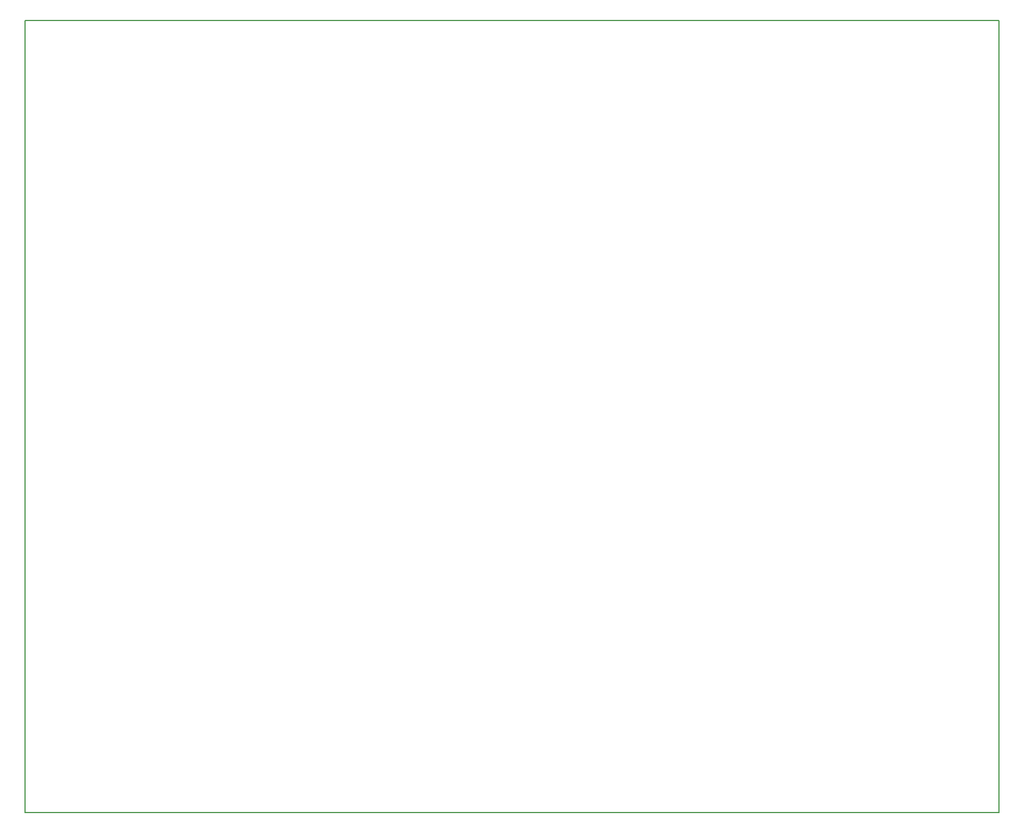
<source format=gbr>
G04 #@! TF.FileFunction,Profile,NP*
%FSLAX46Y46*%
G04 Gerber Fmt 4.6, Leading zero omitted, Abs format (unit mm)*
G04 Created by KiCad (PCBNEW 4.0.4-stable) date 05/15/17 18:30:56*
%MOMM*%
%LPD*%
G01*
G04 APERTURE LIST*
%ADD10C,0.100000*%
%ADD11C,0.150000*%
G04 APERTURE END LIST*
D10*
D11*
X0Y0D02*
X0Y-118000000D01*
X0Y-118000000D02*
X145000000Y-118000000D01*
X145000000Y0D02*
X145000000Y-118000000D01*
X0Y0D02*
X145000000Y0D01*
M02*

</source>
